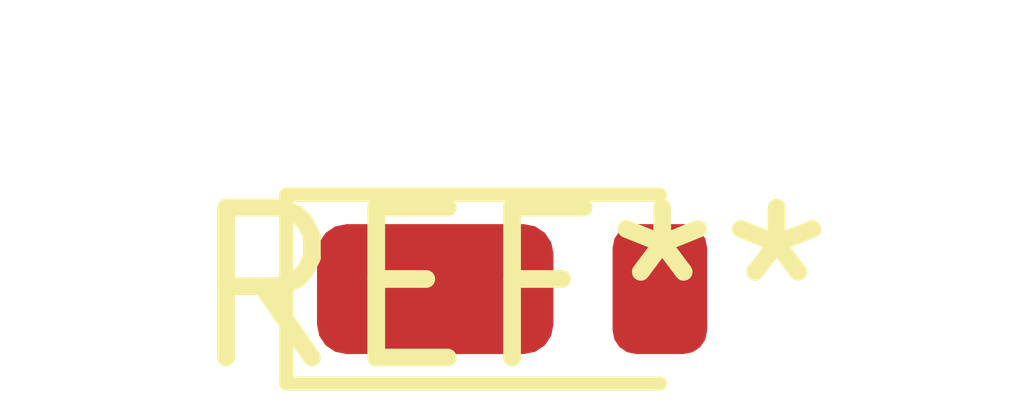
<source format=kicad_pcb>
(kicad_pcb (version 20240108) (generator pcbnew)
  (layers (0 "F.Cu" signal) (31 "B.Cu" signal) (34 "B.Paste" user) (35 "F.Paste" user) (36 "B.SilkS" user "B.Silkscreen") (37 "F.SilkS" user "F.Silkscreen") (38 "B.Mask" user) (39 "F.Mask" user) (44 "Edge.Cuts" user))
  (net 0 "")
  (footprint "D_TUMD2" (layer "F.Cu") (at 0 0)
    (property "Reference" "REF**")
    (property "Value" "D_TUMD2")
    (fp_line (start -1.91 -0.8) (end 1.25 -0.8) (layer "F.SilkS") (stroke (width 0.12)))
    (fp_line (start -1.91 0.8) (end -1.91 -0.8) (layer "F.SilkS") (stroke (width 0.12)))
    (fp_line (start 1.25 0.8) (end -1.91 0.8) (layer "F.SilkS") (stroke (width 0.12)))
    (pad "1" smd roundrect (at -0.65 0 180) (size 2 1.1) (layers "F.Cu" "F.Paste" "F.Mask") (roundrect_rratio 0.2272727273))
    (pad "2" smd roundrect (at 1.25 0 180) (size 0.8 1.1) (layers "F.Cu" "F.Paste" "F.Mask"))
  )
)
</source>
